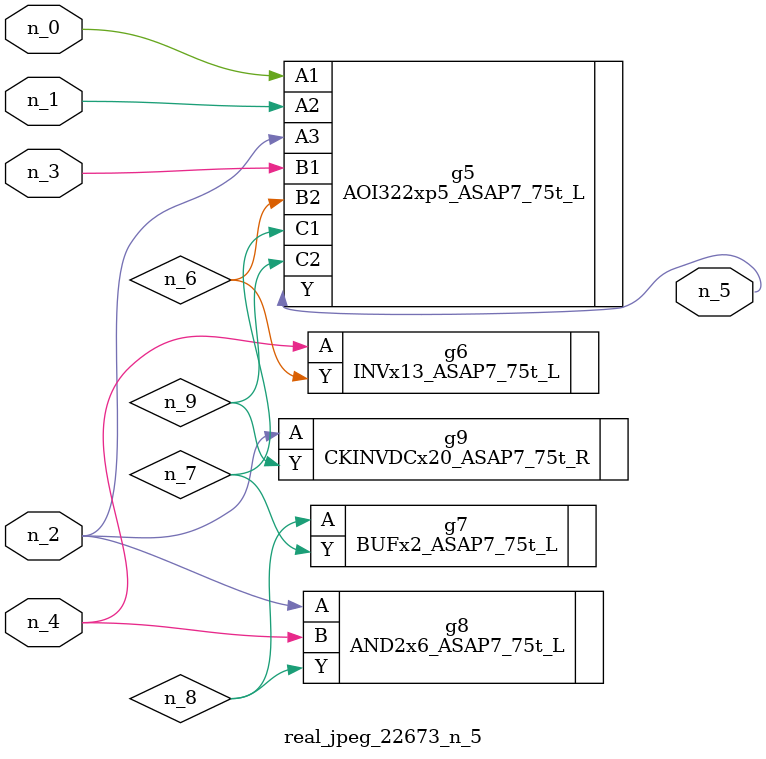
<source format=v>
module real_jpeg_22673_n_5 (n_4, n_0, n_1, n_2, n_3, n_5);

input n_4;
input n_0;
input n_1;
input n_2;
input n_3;

output n_5;

wire n_8;
wire n_6;
wire n_7;
wire n_9;

AOI322xp5_ASAP7_75t_L g5 ( 
.A1(n_0),
.A2(n_1),
.A3(n_2),
.B1(n_3),
.B2(n_6),
.C1(n_7),
.C2(n_9),
.Y(n_5)
);

AND2x6_ASAP7_75t_L g8 ( 
.A(n_2),
.B(n_4),
.Y(n_8)
);

CKINVDCx20_ASAP7_75t_R g9 ( 
.A(n_2),
.Y(n_9)
);

INVx13_ASAP7_75t_L g6 ( 
.A(n_4),
.Y(n_6)
);

BUFx2_ASAP7_75t_L g7 ( 
.A(n_8),
.Y(n_7)
);


endmodule
</source>
